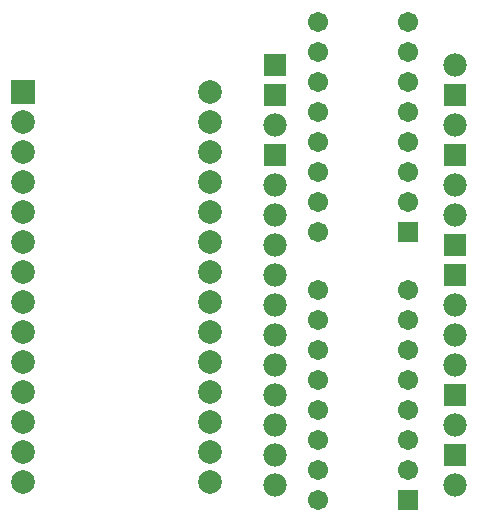
<source format=gbs>
%FSTAX23Y23*%
%MOIN*%
%SFA1B1*%

%IPPOS*%
%ADD15R,0.067060X0.067060*%
%ADD16C,0.067060*%
%ADD17C,0.078870*%
%ADD18R,0.078870X0.078870*%
%ADD19C,0.078000*%
%ADD20R,0.078000X0.078000*%
%LNeeprom_programmer-1*%
%LPD*%
G54D15*
X04065Y0173D03*
Y02625D03*
G54D16*
X04065Y0183D03*
Y0193D03*
Y0203D03*
Y0213D03*
Y0223D03*
Y0233D03*
Y0243D03*
X03765Y0173D03*
Y0183D03*
Y0193D03*
Y0203D03*
Y0213D03*
Y0223D03*
Y0233D03*
Y0243D03*
X04065Y02725D03*
Y02825D03*
Y02925D03*
Y03025D03*
Y03125D03*
Y03225D03*
Y03325D03*
X03765Y02625D03*
Y02725D03*
Y02825D03*
Y02925D03*
Y03025D03*
Y03125D03*
Y03225D03*
Y03325D03*
G54D17*
X03405Y03093D03*
Y02993D03*
Y02893D03*
Y02793D03*
Y02693D03*
Y02593D03*
Y02493D03*
Y02393D03*
Y02293D03*
Y02193D03*
Y02093D03*
Y01993D03*
Y01893D03*
Y01793D03*
X02781D03*
Y01893D03*
Y01993D03*
Y02093D03*
Y02193D03*
Y02293D03*
Y02393D03*
Y02593D03*
Y02693D03*
Y02793D03*
Y02893D03*
Y02993D03*
Y02493D03*
G54D18*
X02781Y03093D03*
G54D19*
X0422Y0178D03*
Y0198D03*
Y0218D03*
Y0228D03*
Y0238D03*
Y0268D03*
Y0278D03*
Y0298D03*
Y0318D03*
X0362Y0178D03*
Y0188D03*
Y0198D03*
Y0208D03*
Y0218D03*
Y0228D03*
Y0238D03*
Y0248D03*
Y0258D03*
Y0268D03*
Y0278D03*
Y0298D03*
G54D20*
X0422Y0188D03*
Y0208D03*
Y0248D03*
Y0258D03*
Y0288D03*
Y0308D03*
X0362Y0288D03*
Y0308D03*
Y0318D03*
M02*
</source>
